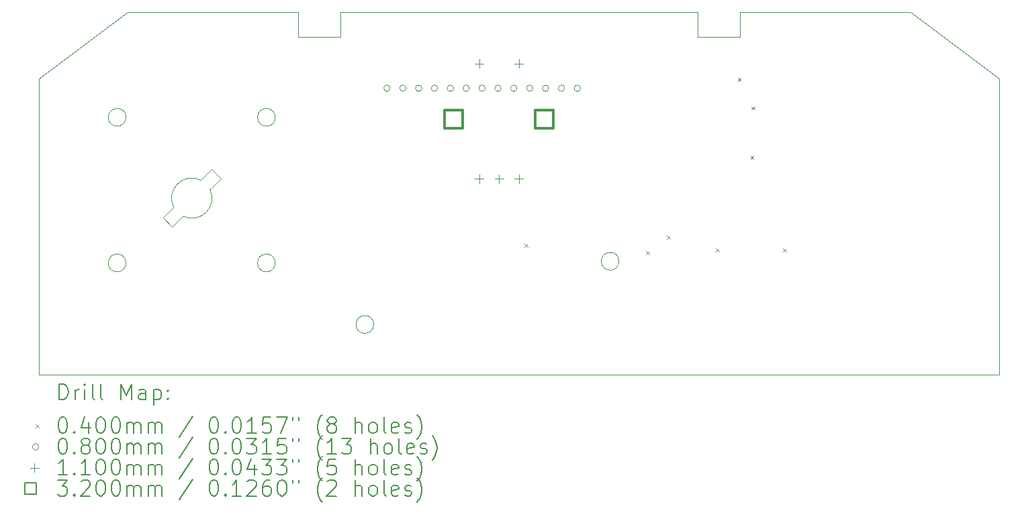
<source format=gbr>
%FSLAX45Y45*%
G04 Gerber Fmt 4.5, Leading zero omitted, Abs format (unit mm)*
G04 Created by KiCad (PCBNEW (6.0.0)) date 2022-03-13 17:58:52*
%MOMM*%
%LPD*%
G01*
G04 APERTURE LIST*
%TA.AperFunction,Profile*%
%ADD10C,0.100000*%
%TD*%
%ADD11C,0.200000*%
%ADD12C,0.040000*%
%ADD13C,0.080000*%
%ADD14C,0.110000*%
%ADD15C,0.320000*%
G04 APERTURE END LIST*
D10*
X8304000Y0D02*
X3801000Y0D01*
X2037006Y-2115729D02*
X2173548Y-1979186D01*
X1096000Y-1325000D02*
G75*
G03*
X1096000Y-1325000I-112000J0D01*
G01*
X1096000Y-3161000D02*
G75*
G03*
X1096000Y-3161000I-112000J0D01*
G01*
X8840000Y-311000D02*
X8304000Y-311000D01*
X8304000Y-311000D02*
X8304000Y0D01*
X3801000Y-311000D02*
X3801000Y0D01*
X7312000Y-3140000D02*
G75*
G03*
X7312000Y-3140000I-112000J0D01*
G01*
X1560486Y-2592248D02*
X1697029Y-2455706D01*
X2978000Y-3161000D02*
G75*
G03*
X2978000Y-3161000I-112000J0D01*
G01*
X8840000Y0D02*
X10987000Y0D01*
X2289514Y-2095152D02*
X2152971Y-2231694D01*
X3265000Y0D02*
X1118000Y0D01*
X3265000Y0D02*
X3265000Y-311000D01*
X1812994Y-2571671D02*
G75*
G03*
X2152971Y-2231694I111954J228023D01*
G01*
X2037006Y-2115729D02*
G75*
G03*
X1697029Y-2455706I-111954J-228023D01*
G01*
X10987000Y0D02*
X12105000Y-832000D01*
X1118000Y0D02*
X0Y-832000D01*
X2173548Y-1979186D02*
X2289514Y-2095152D01*
X3265000Y-311000D02*
X3801000Y-311000D01*
X1676452Y-2708214D02*
X1560486Y-2592248D01*
X2978000Y-1325000D02*
G75*
G03*
X2978000Y-1325000I-112000J0D01*
G01*
X4219000Y-3937000D02*
G75*
G03*
X4219000Y-3937000I-112000J0D01*
G01*
X8840000Y0D02*
X8840000Y-311000D01*
X1812994Y-2571671D02*
X1676452Y-2708214D01*
X0Y-4571000D02*
X12105000Y-4571000D01*
X0Y-832000D02*
X0Y-4571000D01*
X12105000Y-4571000D02*
X12105000Y-832000D01*
D11*
D12*
X6119180Y-2921320D02*
X6159180Y-2961320D01*
X6159180Y-2921320D02*
X6119180Y-2961320D01*
X7655880Y-3015300D02*
X7695880Y-3055300D01*
X7695880Y-3015300D02*
X7655880Y-3055300D01*
X7917500Y-2817180D02*
X7957500Y-2857180D01*
X7957500Y-2817180D02*
X7917500Y-2857180D01*
X8534252Y-2977668D02*
X8574252Y-3017668D01*
X8574252Y-2977668D02*
X8534252Y-3017668D01*
X8808085Y-829315D02*
X8848085Y-869315D01*
X8848085Y-829315D02*
X8808085Y-869315D01*
X8970330Y-1812610D02*
X9010330Y-1852610D01*
X9010330Y-1812610D02*
X8970330Y-1852610D01*
X8981760Y-1189040D02*
X9021760Y-1229040D01*
X9021760Y-1189040D02*
X8981760Y-1229040D01*
X9380540Y-2979740D02*
X9420540Y-3019740D01*
X9420540Y-2979740D02*
X9380540Y-3019740D01*
D13*
X4426000Y-958000D02*
G75*
G03*
X4426000Y-958000I-40000J0D01*
G01*
X4626000Y-958000D02*
G75*
G03*
X4626000Y-958000I-40000J0D01*
G01*
X4826000Y-958000D02*
G75*
G03*
X4826000Y-958000I-40000J0D01*
G01*
X5026000Y-958000D02*
G75*
G03*
X5026000Y-958000I-40000J0D01*
G01*
X5226000Y-958000D02*
G75*
G03*
X5226000Y-958000I-40000J0D01*
G01*
X5426000Y-958000D02*
G75*
G03*
X5426000Y-958000I-40000J0D01*
G01*
X5626000Y-958000D02*
G75*
G03*
X5626000Y-958000I-40000J0D01*
G01*
X5826000Y-958000D02*
G75*
G03*
X5826000Y-958000I-40000J0D01*
G01*
X6026000Y-958000D02*
G75*
G03*
X6026000Y-958000I-40000J0D01*
G01*
X6226000Y-958000D02*
G75*
G03*
X6226000Y-958000I-40000J0D01*
G01*
X6426000Y-958000D02*
G75*
G03*
X6426000Y-958000I-40000J0D01*
G01*
X6626000Y-958000D02*
G75*
G03*
X6626000Y-958000I-40000J0D01*
G01*
X6826000Y-958000D02*
G75*
G03*
X6826000Y-958000I-40000J0D01*
G01*
D14*
X5548820Y-593740D02*
X5548820Y-703740D01*
X5493820Y-648740D02*
X5603820Y-648740D01*
X5548820Y-2043740D02*
X5548820Y-2153740D01*
X5493820Y-2098740D02*
X5603820Y-2098740D01*
X5798820Y-2043740D02*
X5798820Y-2153740D01*
X5743820Y-2098740D02*
X5853820Y-2098740D01*
X6048820Y-593740D02*
X6048820Y-703740D01*
X5993820Y-648740D02*
X6103820Y-648740D01*
X6048820Y-2043740D02*
X6048820Y-2153740D01*
X5993820Y-2098740D02*
X6103820Y-2098740D01*
D15*
X5341958Y-1461878D02*
X5341958Y-1235602D01*
X5115682Y-1235602D01*
X5115682Y-1461878D01*
X5341958Y-1461878D01*
X6481958Y-1461878D02*
X6481958Y-1235602D01*
X6255682Y-1235602D01*
X6255682Y-1461878D01*
X6481958Y-1461878D01*
D11*
X252619Y-4886476D02*
X252619Y-4686476D01*
X300238Y-4686476D01*
X328810Y-4696000D01*
X347857Y-4715048D01*
X357381Y-4734095D01*
X366905Y-4772190D01*
X366905Y-4800762D01*
X357381Y-4838857D01*
X347857Y-4857905D01*
X328810Y-4876952D01*
X300238Y-4886476D01*
X252619Y-4886476D01*
X452619Y-4886476D02*
X452619Y-4753143D01*
X452619Y-4791238D02*
X462143Y-4772190D01*
X471667Y-4762667D01*
X490714Y-4753143D01*
X509762Y-4753143D01*
X576429Y-4886476D02*
X576429Y-4753143D01*
X576429Y-4686476D02*
X566905Y-4696000D01*
X576429Y-4705524D01*
X585952Y-4696000D01*
X576429Y-4686476D01*
X576429Y-4705524D01*
X700238Y-4886476D02*
X681190Y-4876952D01*
X671667Y-4857905D01*
X671667Y-4686476D01*
X805000Y-4886476D02*
X785952Y-4876952D01*
X776428Y-4857905D01*
X776428Y-4686476D01*
X1033571Y-4886476D02*
X1033571Y-4686476D01*
X1100238Y-4829333D01*
X1166905Y-4686476D01*
X1166905Y-4886476D01*
X1347857Y-4886476D02*
X1347857Y-4781714D01*
X1338333Y-4762667D01*
X1319286Y-4753143D01*
X1281190Y-4753143D01*
X1262143Y-4762667D01*
X1347857Y-4876952D02*
X1328810Y-4886476D01*
X1281190Y-4886476D01*
X1262143Y-4876952D01*
X1252619Y-4857905D01*
X1252619Y-4838857D01*
X1262143Y-4819810D01*
X1281190Y-4810286D01*
X1328810Y-4810286D01*
X1347857Y-4800762D01*
X1443095Y-4753143D02*
X1443095Y-4953143D01*
X1443095Y-4762667D02*
X1462143Y-4753143D01*
X1500238Y-4753143D01*
X1519286Y-4762667D01*
X1528809Y-4772190D01*
X1538333Y-4791238D01*
X1538333Y-4848381D01*
X1528809Y-4867429D01*
X1519286Y-4876952D01*
X1500238Y-4886476D01*
X1462143Y-4886476D01*
X1443095Y-4876952D01*
X1624048Y-4867429D02*
X1633571Y-4876952D01*
X1624048Y-4886476D01*
X1614524Y-4876952D01*
X1624048Y-4867429D01*
X1624048Y-4886476D01*
X1624048Y-4762667D02*
X1633571Y-4772190D01*
X1624048Y-4781714D01*
X1614524Y-4772190D01*
X1624048Y-4762667D01*
X1624048Y-4781714D01*
D12*
X-45000Y-5196000D02*
X-5000Y-5236000D01*
X-5000Y-5196000D02*
X-45000Y-5236000D01*
D11*
X290714Y-5106476D02*
X309762Y-5106476D01*
X328810Y-5116000D01*
X338333Y-5125524D01*
X347857Y-5144571D01*
X357381Y-5182667D01*
X357381Y-5230286D01*
X347857Y-5268381D01*
X338333Y-5287429D01*
X328810Y-5296952D01*
X309762Y-5306476D01*
X290714Y-5306476D01*
X271667Y-5296952D01*
X262143Y-5287429D01*
X252619Y-5268381D01*
X243095Y-5230286D01*
X243095Y-5182667D01*
X252619Y-5144571D01*
X262143Y-5125524D01*
X271667Y-5116000D01*
X290714Y-5106476D01*
X443095Y-5287429D02*
X452619Y-5296952D01*
X443095Y-5306476D01*
X433571Y-5296952D01*
X443095Y-5287429D01*
X443095Y-5306476D01*
X624048Y-5173143D02*
X624048Y-5306476D01*
X576429Y-5096952D02*
X528810Y-5239810D01*
X652619Y-5239810D01*
X766905Y-5106476D02*
X785952Y-5106476D01*
X805000Y-5116000D01*
X814524Y-5125524D01*
X824048Y-5144571D01*
X833571Y-5182667D01*
X833571Y-5230286D01*
X824048Y-5268381D01*
X814524Y-5287429D01*
X805000Y-5296952D01*
X785952Y-5306476D01*
X766905Y-5306476D01*
X747857Y-5296952D01*
X738333Y-5287429D01*
X728809Y-5268381D01*
X719286Y-5230286D01*
X719286Y-5182667D01*
X728809Y-5144571D01*
X738333Y-5125524D01*
X747857Y-5116000D01*
X766905Y-5106476D01*
X957381Y-5106476D02*
X976428Y-5106476D01*
X995476Y-5116000D01*
X1005000Y-5125524D01*
X1014524Y-5144571D01*
X1024048Y-5182667D01*
X1024048Y-5230286D01*
X1014524Y-5268381D01*
X1005000Y-5287429D01*
X995476Y-5296952D01*
X976428Y-5306476D01*
X957381Y-5306476D01*
X938333Y-5296952D01*
X928809Y-5287429D01*
X919286Y-5268381D01*
X909762Y-5230286D01*
X909762Y-5182667D01*
X919286Y-5144571D01*
X928809Y-5125524D01*
X938333Y-5116000D01*
X957381Y-5106476D01*
X1109762Y-5306476D02*
X1109762Y-5173143D01*
X1109762Y-5192190D02*
X1119286Y-5182667D01*
X1138333Y-5173143D01*
X1166905Y-5173143D01*
X1185952Y-5182667D01*
X1195476Y-5201714D01*
X1195476Y-5306476D01*
X1195476Y-5201714D02*
X1205000Y-5182667D01*
X1224048Y-5173143D01*
X1252619Y-5173143D01*
X1271667Y-5182667D01*
X1281190Y-5201714D01*
X1281190Y-5306476D01*
X1376429Y-5306476D02*
X1376429Y-5173143D01*
X1376429Y-5192190D02*
X1385952Y-5182667D01*
X1405000Y-5173143D01*
X1433571Y-5173143D01*
X1452619Y-5182667D01*
X1462143Y-5201714D01*
X1462143Y-5306476D01*
X1462143Y-5201714D02*
X1471667Y-5182667D01*
X1490714Y-5173143D01*
X1519286Y-5173143D01*
X1538333Y-5182667D01*
X1547857Y-5201714D01*
X1547857Y-5306476D01*
X1938333Y-5096952D02*
X1766905Y-5354095D01*
X2195476Y-5106476D02*
X2214524Y-5106476D01*
X2233571Y-5116000D01*
X2243095Y-5125524D01*
X2252619Y-5144571D01*
X2262143Y-5182667D01*
X2262143Y-5230286D01*
X2252619Y-5268381D01*
X2243095Y-5287429D01*
X2233571Y-5296952D01*
X2214524Y-5306476D01*
X2195476Y-5306476D01*
X2176429Y-5296952D01*
X2166905Y-5287429D01*
X2157381Y-5268381D01*
X2147857Y-5230286D01*
X2147857Y-5182667D01*
X2157381Y-5144571D01*
X2166905Y-5125524D01*
X2176429Y-5116000D01*
X2195476Y-5106476D01*
X2347857Y-5287429D02*
X2357381Y-5296952D01*
X2347857Y-5306476D01*
X2338333Y-5296952D01*
X2347857Y-5287429D01*
X2347857Y-5306476D01*
X2481190Y-5106476D02*
X2500238Y-5106476D01*
X2519286Y-5116000D01*
X2528810Y-5125524D01*
X2538333Y-5144571D01*
X2547857Y-5182667D01*
X2547857Y-5230286D01*
X2538333Y-5268381D01*
X2528810Y-5287429D01*
X2519286Y-5296952D01*
X2500238Y-5306476D01*
X2481190Y-5306476D01*
X2462143Y-5296952D01*
X2452619Y-5287429D01*
X2443095Y-5268381D01*
X2433571Y-5230286D01*
X2433571Y-5182667D01*
X2443095Y-5144571D01*
X2452619Y-5125524D01*
X2462143Y-5116000D01*
X2481190Y-5106476D01*
X2738333Y-5306476D02*
X2624048Y-5306476D01*
X2681190Y-5306476D02*
X2681190Y-5106476D01*
X2662143Y-5135048D01*
X2643095Y-5154095D01*
X2624048Y-5163619D01*
X2919286Y-5106476D02*
X2824048Y-5106476D01*
X2814524Y-5201714D01*
X2824048Y-5192190D01*
X2843095Y-5182667D01*
X2890714Y-5182667D01*
X2909762Y-5192190D01*
X2919286Y-5201714D01*
X2928809Y-5220762D01*
X2928809Y-5268381D01*
X2919286Y-5287429D01*
X2909762Y-5296952D01*
X2890714Y-5306476D01*
X2843095Y-5306476D01*
X2824048Y-5296952D01*
X2814524Y-5287429D01*
X2995476Y-5106476D02*
X3128809Y-5106476D01*
X3043095Y-5306476D01*
X3195476Y-5106476D02*
X3195476Y-5144571D01*
X3271667Y-5106476D02*
X3271667Y-5144571D01*
X3566905Y-5382667D02*
X3557381Y-5373143D01*
X3538333Y-5344571D01*
X3528809Y-5325524D01*
X3519286Y-5296952D01*
X3509762Y-5249333D01*
X3509762Y-5211238D01*
X3519286Y-5163619D01*
X3528809Y-5135048D01*
X3538333Y-5116000D01*
X3557381Y-5087429D01*
X3566905Y-5077905D01*
X3671667Y-5192190D02*
X3652619Y-5182667D01*
X3643095Y-5173143D01*
X3633571Y-5154095D01*
X3633571Y-5144571D01*
X3643095Y-5125524D01*
X3652619Y-5116000D01*
X3671667Y-5106476D01*
X3709762Y-5106476D01*
X3728809Y-5116000D01*
X3738333Y-5125524D01*
X3747857Y-5144571D01*
X3747857Y-5154095D01*
X3738333Y-5173143D01*
X3728809Y-5182667D01*
X3709762Y-5192190D01*
X3671667Y-5192190D01*
X3652619Y-5201714D01*
X3643095Y-5211238D01*
X3633571Y-5230286D01*
X3633571Y-5268381D01*
X3643095Y-5287429D01*
X3652619Y-5296952D01*
X3671667Y-5306476D01*
X3709762Y-5306476D01*
X3728809Y-5296952D01*
X3738333Y-5287429D01*
X3747857Y-5268381D01*
X3747857Y-5230286D01*
X3738333Y-5211238D01*
X3728809Y-5201714D01*
X3709762Y-5192190D01*
X3985952Y-5306476D02*
X3985952Y-5106476D01*
X4071667Y-5306476D02*
X4071667Y-5201714D01*
X4062143Y-5182667D01*
X4043095Y-5173143D01*
X4014524Y-5173143D01*
X3995476Y-5182667D01*
X3985952Y-5192190D01*
X4195476Y-5306476D02*
X4176428Y-5296952D01*
X4166905Y-5287429D01*
X4157381Y-5268381D01*
X4157381Y-5211238D01*
X4166905Y-5192190D01*
X4176428Y-5182667D01*
X4195476Y-5173143D01*
X4224048Y-5173143D01*
X4243095Y-5182667D01*
X4252619Y-5192190D01*
X4262143Y-5211238D01*
X4262143Y-5268381D01*
X4252619Y-5287429D01*
X4243095Y-5296952D01*
X4224048Y-5306476D01*
X4195476Y-5306476D01*
X4376429Y-5306476D02*
X4357381Y-5296952D01*
X4347857Y-5277905D01*
X4347857Y-5106476D01*
X4528810Y-5296952D02*
X4509762Y-5306476D01*
X4471667Y-5306476D01*
X4452619Y-5296952D01*
X4443095Y-5277905D01*
X4443095Y-5201714D01*
X4452619Y-5182667D01*
X4471667Y-5173143D01*
X4509762Y-5173143D01*
X4528810Y-5182667D01*
X4538333Y-5201714D01*
X4538333Y-5220762D01*
X4443095Y-5239810D01*
X4614524Y-5296952D02*
X4633571Y-5306476D01*
X4671667Y-5306476D01*
X4690714Y-5296952D01*
X4700238Y-5277905D01*
X4700238Y-5268381D01*
X4690714Y-5249333D01*
X4671667Y-5239810D01*
X4643095Y-5239810D01*
X4624048Y-5230286D01*
X4614524Y-5211238D01*
X4614524Y-5201714D01*
X4624048Y-5182667D01*
X4643095Y-5173143D01*
X4671667Y-5173143D01*
X4690714Y-5182667D01*
X4766905Y-5382667D02*
X4776429Y-5373143D01*
X4795476Y-5344571D01*
X4805000Y-5325524D01*
X4814524Y-5296952D01*
X4824048Y-5249333D01*
X4824048Y-5211238D01*
X4814524Y-5163619D01*
X4805000Y-5135048D01*
X4795476Y-5116000D01*
X4776429Y-5087429D01*
X4766905Y-5077905D01*
D13*
X-5000Y-5480000D02*
G75*
G03*
X-5000Y-5480000I-40000J0D01*
G01*
D11*
X290714Y-5370476D02*
X309762Y-5370476D01*
X328810Y-5380000D01*
X338333Y-5389524D01*
X347857Y-5408571D01*
X357381Y-5446667D01*
X357381Y-5494286D01*
X347857Y-5532381D01*
X338333Y-5551429D01*
X328810Y-5560952D01*
X309762Y-5570476D01*
X290714Y-5570476D01*
X271667Y-5560952D01*
X262143Y-5551429D01*
X252619Y-5532381D01*
X243095Y-5494286D01*
X243095Y-5446667D01*
X252619Y-5408571D01*
X262143Y-5389524D01*
X271667Y-5380000D01*
X290714Y-5370476D01*
X443095Y-5551429D02*
X452619Y-5560952D01*
X443095Y-5570476D01*
X433571Y-5560952D01*
X443095Y-5551429D01*
X443095Y-5570476D01*
X566905Y-5456190D02*
X547857Y-5446667D01*
X538333Y-5437143D01*
X528810Y-5418095D01*
X528810Y-5408571D01*
X538333Y-5389524D01*
X547857Y-5380000D01*
X566905Y-5370476D01*
X605000Y-5370476D01*
X624048Y-5380000D01*
X633571Y-5389524D01*
X643095Y-5408571D01*
X643095Y-5418095D01*
X633571Y-5437143D01*
X624048Y-5446667D01*
X605000Y-5456190D01*
X566905Y-5456190D01*
X547857Y-5465714D01*
X538333Y-5475238D01*
X528810Y-5494286D01*
X528810Y-5532381D01*
X538333Y-5551429D01*
X547857Y-5560952D01*
X566905Y-5570476D01*
X605000Y-5570476D01*
X624048Y-5560952D01*
X633571Y-5551429D01*
X643095Y-5532381D01*
X643095Y-5494286D01*
X633571Y-5475238D01*
X624048Y-5465714D01*
X605000Y-5456190D01*
X766905Y-5370476D02*
X785952Y-5370476D01*
X805000Y-5380000D01*
X814524Y-5389524D01*
X824048Y-5408571D01*
X833571Y-5446667D01*
X833571Y-5494286D01*
X824048Y-5532381D01*
X814524Y-5551429D01*
X805000Y-5560952D01*
X785952Y-5570476D01*
X766905Y-5570476D01*
X747857Y-5560952D01*
X738333Y-5551429D01*
X728809Y-5532381D01*
X719286Y-5494286D01*
X719286Y-5446667D01*
X728809Y-5408571D01*
X738333Y-5389524D01*
X747857Y-5380000D01*
X766905Y-5370476D01*
X957381Y-5370476D02*
X976428Y-5370476D01*
X995476Y-5380000D01*
X1005000Y-5389524D01*
X1014524Y-5408571D01*
X1024048Y-5446667D01*
X1024048Y-5494286D01*
X1014524Y-5532381D01*
X1005000Y-5551429D01*
X995476Y-5560952D01*
X976428Y-5570476D01*
X957381Y-5570476D01*
X938333Y-5560952D01*
X928809Y-5551429D01*
X919286Y-5532381D01*
X909762Y-5494286D01*
X909762Y-5446667D01*
X919286Y-5408571D01*
X928809Y-5389524D01*
X938333Y-5380000D01*
X957381Y-5370476D01*
X1109762Y-5570476D02*
X1109762Y-5437143D01*
X1109762Y-5456190D02*
X1119286Y-5446667D01*
X1138333Y-5437143D01*
X1166905Y-5437143D01*
X1185952Y-5446667D01*
X1195476Y-5465714D01*
X1195476Y-5570476D01*
X1195476Y-5465714D02*
X1205000Y-5446667D01*
X1224048Y-5437143D01*
X1252619Y-5437143D01*
X1271667Y-5446667D01*
X1281190Y-5465714D01*
X1281190Y-5570476D01*
X1376429Y-5570476D02*
X1376429Y-5437143D01*
X1376429Y-5456190D02*
X1385952Y-5446667D01*
X1405000Y-5437143D01*
X1433571Y-5437143D01*
X1452619Y-5446667D01*
X1462143Y-5465714D01*
X1462143Y-5570476D01*
X1462143Y-5465714D02*
X1471667Y-5446667D01*
X1490714Y-5437143D01*
X1519286Y-5437143D01*
X1538333Y-5446667D01*
X1547857Y-5465714D01*
X1547857Y-5570476D01*
X1938333Y-5360952D02*
X1766905Y-5618095D01*
X2195476Y-5370476D02*
X2214524Y-5370476D01*
X2233571Y-5380000D01*
X2243095Y-5389524D01*
X2252619Y-5408571D01*
X2262143Y-5446667D01*
X2262143Y-5494286D01*
X2252619Y-5532381D01*
X2243095Y-5551429D01*
X2233571Y-5560952D01*
X2214524Y-5570476D01*
X2195476Y-5570476D01*
X2176429Y-5560952D01*
X2166905Y-5551429D01*
X2157381Y-5532381D01*
X2147857Y-5494286D01*
X2147857Y-5446667D01*
X2157381Y-5408571D01*
X2166905Y-5389524D01*
X2176429Y-5380000D01*
X2195476Y-5370476D01*
X2347857Y-5551429D02*
X2357381Y-5560952D01*
X2347857Y-5570476D01*
X2338333Y-5560952D01*
X2347857Y-5551429D01*
X2347857Y-5570476D01*
X2481190Y-5370476D02*
X2500238Y-5370476D01*
X2519286Y-5380000D01*
X2528810Y-5389524D01*
X2538333Y-5408571D01*
X2547857Y-5446667D01*
X2547857Y-5494286D01*
X2538333Y-5532381D01*
X2528810Y-5551429D01*
X2519286Y-5560952D01*
X2500238Y-5570476D01*
X2481190Y-5570476D01*
X2462143Y-5560952D01*
X2452619Y-5551429D01*
X2443095Y-5532381D01*
X2433571Y-5494286D01*
X2433571Y-5446667D01*
X2443095Y-5408571D01*
X2452619Y-5389524D01*
X2462143Y-5380000D01*
X2481190Y-5370476D01*
X2614524Y-5370476D02*
X2738333Y-5370476D01*
X2671667Y-5446667D01*
X2700238Y-5446667D01*
X2719286Y-5456190D01*
X2728810Y-5465714D01*
X2738333Y-5484762D01*
X2738333Y-5532381D01*
X2728810Y-5551429D01*
X2719286Y-5560952D01*
X2700238Y-5570476D01*
X2643095Y-5570476D01*
X2624048Y-5560952D01*
X2614524Y-5551429D01*
X2928809Y-5570476D02*
X2814524Y-5570476D01*
X2871667Y-5570476D02*
X2871667Y-5370476D01*
X2852619Y-5399048D01*
X2833571Y-5418095D01*
X2814524Y-5427619D01*
X3109762Y-5370476D02*
X3014524Y-5370476D01*
X3005000Y-5465714D01*
X3014524Y-5456190D01*
X3033571Y-5446667D01*
X3081190Y-5446667D01*
X3100238Y-5456190D01*
X3109762Y-5465714D01*
X3119286Y-5484762D01*
X3119286Y-5532381D01*
X3109762Y-5551429D01*
X3100238Y-5560952D01*
X3081190Y-5570476D01*
X3033571Y-5570476D01*
X3014524Y-5560952D01*
X3005000Y-5551429D01*
X3195476Y-5370476D02*
X3195476Y-5408571D01*
X3271667Y-5370476D02*
X3271667Y-5408571D01*
X3566905Y-5646667D02*
X3557381Y-5637143D01*
X3538333Y-5608571D01*
X3528809Y-5589524D01*
X3519286Y-5560952D01*
X3509762Y-5513333D01*
X3509762Y-5475238D01*
X3519286Y-5427619D01*
X3528809Y-5399048D01*
X3538333Y-5380000D01*
X3557381Y-5351429D01*
X3566905Y-5341905D01*
X3747857Y-5570476D02*
X3633571Y-5570476D01*
X3690714Y-5570476D02*
X3690714Y-5370476D01*
X3671667Y-5399048D01*
X3652619Y-5418095D01*
X3633571Y-5427619D01*
X3814524Y-5370476D02*
X3938333Y-5370476D01*
X3871667Y-5446667D01*
X3900238Y-5446667D01*
X3919286Y-5456190D01*
X3928809Y-5465714D01*
X3938333Y-5484762D01*
X3938333Y-5532381D01*
X3928809Y-5551429D01*
X3919286Y-5560952D01*
X3900238Y-5570476D01*
X3843095Y-5570476D01*
X3824048Y-5560952D01*
X3814524Y-5551429D01*
X4176428Y-5570476D02*
X4176428Y-5370476D01*
X4262143Y-5570476D02*
X4262143Y-5465714D01*
X4252619Y-5446667D01*
X4233571Y-5437143D01*
X4205000Y-5437143D01*
X4185952Y-5446667D01*
X4176428Y-5456190D01*
X4385952Y-5570476D02*
X4366905Y-5560952D01*
X4357381Y-5551429D01*
X4347857Y-5532381D01*
X4347857Y-5475238D01*
X4357381Y-5456190D01*
X4366905Y-5446667D01*
X4385952Y-5437143D01*
X4414524Y-5437143D01*
X4433571Y-5446667D01*
X4443095Y-5456190D01*
X4452619Y-5475238D01*
X4452619Y-5532381D01*
X4443095Y-5551429D01*
X4433571Y-5560952D01*
X4414524Y-5570476D01*
X4385952Y-5570476D01*
X4566905Y-5570476D02*
X4547857Y-5560952D01*
X4538333Y-5541905D01*
X4538333Y-5370476D01*
X4719286Y-5560952D02*
X4700238Y-5570476D01*
X4662143Y-5570476D01*
X4643095Y-5560952D01*
X4633571Y-5541905D01*
X4633571Y-5465714D01*
X4643095Y-5446667D01*
X4662143Y-5437143D01*
X4700238Y-5437143D01*
X4719286Y-5446667D01*
X4728810Y-5465714D01*
X4728810Y-5484762D01*
X4633571Y-5503810D01*
X4805000Y-5560952D02*
X4824048Y-5570476D01*
X4862143Y-5570476D01*
X4881190Y-5560952D01*
X4890714Y-5541905D01*
X4890714Y-5532381D01*
X4881190Y-5513333D01*
X4862143Y-5503810D01*
X4833571Y-5503810D01*
X4814524Y-5494286D01*
X4805000Y-5475238D01*
X4805000Y-5465714D01*
X4814524Y-5446667D01*
X4833571Y-5437143D01*
X4862143Y-5437143D01*
X4881190Y-5446667D01*
X4957381Y-5646667D02*
X4966905Y-5637143D01*
X4985952Y-5608571D01*
X4995476Y-5589524D01*
X5005000Y-5560952D01*
X5014524Y-5513333D01*
X5014524Y-5475238D01*
X5005000Y-5427619D01*
X4995476Y-5399048D01*
X4985952Y-5380000D01*
X4966905Y-5351429D01*
X4957381Y-5341905D01*
D14*
X-60000Y-5689000D02*
X-60000Y-5799000D01*
X-115000Y-5744000D02*
X-5000Y-5744000D01*
D11*
X357381Y-5834476D02*
X243095Y-5834476D01*
X300238Y-5834476D02*
X300238Y-5634476D01*
X281190Y-5663048D01*
X262143Y-5682095D01*
X243095Y-5691619D01*
X443095Y-5815428D02*
X452619Y-5824952D01*
X443095Y-5834476D01*
X433571Y-5824952D01*
X443095Y-5815428D01*
X443095Y-5834476D01*
X643095Y-5834476D02*
X528810Y-5834476D01*
X585952Y-5834476D02*
X585952Y-5634476D01*
X566905Y-5663048D01*
X547857Y-5682095D01*
X528810Y-5691619D01*
X766905Y-5634476D02*
X785952Y-5634476D01*
X805000Y-5644000D01*
X814524Y-5653524D01*
X824048Y-5672571D01*
X833571Y-5710667D01*
X833571Y-5758286D01*
X824048Y-5796381D01*
X814524Y-5815428D01*
X805000Y-5824952D01*
X785952Y-5834476D01*
X766905Y-5834476D01*
X747857Y-5824952D01*
X738333Y-5815428D01*
X728809Y-5796381D01*
X719286Y-5758286D01*
X719286Y-5710667D01*
X728809Y-5672571D01*
X738333Y-5653524D01*
X747857Y-5644000D01*
X766905Y-5634476D01*
X957381Y-5634476D02*
X976428Y-5634476D01*
X995476Y-5644000D01*
X1005000Y-5653524D01*
X1014524Y-5672571D01*
X1024048Y-5710667D01*
X1024048Y-5758286D01*
X1014524Y-5796381D01*
X1005000Y-5815428D01*
X995476Y-5824952D01*
X976428Y-5834476D01*
X957381Y-5834476D01*
X938333Y-5824952D01*
X928809Y-5815428D01*
X919286Y-5796381D01*
X909762Y-5758286D01*
X909762Y-5710667D01*
X919286Y-5672571D01*
X928809Y-5653524D01*
X938333Y-5644000D01*
X957381Y-5634476D01*
X1109762Y-5834476D02*
X1109762Y-5701143D01*
X1109762Y-5720190D02*
X1119286Y-5710667D01*
X1138333Y-5701143D01*
X1166905Y-5701143D01*
X1185952Y-5710667D01*
X1195476Y-5729714D01*
X1195476Y-5834476D01*
X1195476Y-5729714D02*
X1205000Y-5710667D01*
X1224048Y-5701143D01*
X1252619Y-5701143D01*
X1271667Y-5710667D01*
X1281190Y-5729714D01*
X1281190Y-5834476D01*
X1376429Y-5834476D02*
X1376429Y-5701143D01*
X1376429Y-5720190D02*
X1385952Y-5710667D01*
X1405000Y-5701143D01*
X1433571Y-5701143D01*
X1452619Y-5710667D01*
X1462143Y-5729714D01*
X1462143Y-5834476D01*
X1462143Y-5729714D02*
X1471667Y-5710667D01*
X1490714Y-5701143D01*
X1519286Y-5701143D01*
X1538333Y-5710667D01*
X1547857Y-5729714D01*
X1547857Y-5834476D01*
X1938333Y-5624952D02*
X1766905Y-5882095D01*
X2195476Y-5634476D02*
X2214524Y-5634476D01*
X2233571Y-5644000D01*
X2243095Y-5653524D01*
X2252619Y-5672571D01*
X2262143Y-5710667D01*
X2262143Y-5758286D01*
X2252619Y-5796381D01*
X2243095Y-5815428D01*
X2233571Y-5824952D01*
X2214524Y-5834476D01*
X2195476Y-5834476D01*
X2176429Y-5824952D01*
X2166905Y-5815428D01*
X2157381Y-5796381D01*
X2147857Y-5758286D01*
X2147857Y-5710667D01*
X2157381Y-5672571D01*
X2166905Y-5653524D01*
X2176429Y-5644000D01*
X2195476Y-5634476D01*
X2347857Y-5815428D02*
X2357381Y-5824952D01*
X2347857Y-5834476D01*
X2338333Y-5824952D01*
X2347857Y-5815428D01*
X2347857Y-5834476D01*
X2481190Y-5634476D02*
X2500238Y-5634476D01*
X2519286Y-5644000D01*
X2528810Y-5653524D01*
X2538333Y-5672571D01*
X2547857Y-5710667D01*
X2547857Y-5758286D01*
X2538333Y-5796381D01*
X2528810Y-5815428D01*
X2519286Y-5824952D01*
X2500238Y-5834476D01*
X2481190Y-5834476D01*
X2462143Y-5824952D01*
X2452619Y-5815428D01*
X2443095Y-5796381D01*
X2433571Y-5758286D01*
X2433571Y-5710667D01*
X2443095Y-5672571D01*
X2452619Y-5653524D01*
X2462143Y-5644000D01*
X2481190Y-5634476D01*
X2719286Y-5701143D02*
X2719286Y-5834476D01*
X2671667Y-5624952D02*
X2624048Y-5767809D01*
X2747857Y-5767809D01*
X2805000Y-5634476D02*
X2928809Y-5634476D01*
X2862143Y-5710667D01*
X2890714Y-5710667D01*
X2909762Y-5720190D01*
X2919286Y-5729714D01*
X2928809Y-5748762D01*
X2928809Y-5796381D01*
X2919286Y-5815428D01*
X2909762Y-5824952D01*
X2890714Y-5834476D01*
X2833571Y-5834476D01*
X2814524Y-5824952D01*
X2805000Y-5815428D01*
X2995476Y-5634476D02*
X3119286Y-5634476D01*
X3052619Y-5710667D01*
X3081190Y-5710667D01*
X3100238Y-5720190D01*
X3109762Y-5729714D01*
X3119286Y-5748762D01*
X3119286Y-5796381D01*
X3109762Y-5815428D01*
X3100238Y-5824952D01*
X3081190Y-5834476D01*
X3024048Y-5834476D01*
X3005000Y-5824952D01*
X2995476Y-5815428D01*
X3195476Y-5634476D02*
X3195476Y-5672571D01*
X3271667Y-5634476D02*
X3271667Y-5672571D01*
X3566905Y-5910667D02*
X3557381Y-5901143D01*
X3538333Y-5872571D01*
X3528809Y-5853524D01*
X3519286Y-5824952D01*
X3509762Y-5777333D01*
X3509762Y-5739238D01*
X3519286Y-5691619D01*
X3528809Y-5663048D01*
X3538333Y-5644000D01*
X3557381Y-5615428D01*
X3566905Y-5605905D01*
X3738333Y-5634476D02*
X3643095Y-5634476D01*
X3633571Y-5729714D01*
X3643095Y-5720190D01*
X3662143Y-5710667D01*
X3709762Y-5710667D01*
X3728809Y-5720190D01*
X3738333Y-5729714D01*
X3747857Y-5748762D01*
X3747857Y-5796381D01*
X3738333Y-5815428D01*
X3728809Y-5824952D01*
X3709762Y-5834476D01*
X3662143Y-5834476D01*
X3643095Y-5824952D01*
X3633571Y-5815428D01*
X3985952Y-5834476D02*
X3985952Y-5634476D01*
X4071667Y-5834476D02*
X4071667Y-5729714D01*
X4062143Y-5710667D01*
X4043095Y-5701143D01*
X4014524Y-5701143D01*
X3995476Y-5710667D01*
X3985952Y-5720190D01*
X4195476Y-5834476D02*
X4176428Y-5824952D01*
X4166905Y-5815428D01*
X4157381Y-5796381D01*
X4157381Y-5739238D01*
X4166905Y-5720190D01*
X4176428Y-5710667D01*
X4195476Y-5701143D01*
X4224048Y-5701143D01*
X4243095Y-5710667D01*
X4252619Y-5720190D01*
X4262143Y-5739238D01*
X4262143Y-5796381D01*
X4252619Y-5815428D01*
X4243095Y-5824952D01*
X4224048Y-5834476D01*
X4195476Y-5834476D01*
X4376429Y-5834476D02*
X4357381Y-5824952D01*
X4347857Y-5805905D01*
X4347857Y-5634476D01*
X4528810Y-5824952D02*
X4509762Y-5834476D01*
X4471667Y-5834476D01*
X4452619Y-5824952D01*
X4443095Y-5805905D01*
X4443095Y-5729714D01*
X4452619Y-5710667D01*
X4471667Y-5701143D01*
X4509762Y-5701143D01*
X4528810Y-5710667D01*
X4538333Y-5729714D01*
X4538333Y-5748762D01*
X4443095Y-5767809D01*
X4614524Y-5824952D02*
X4633571Y-5834476D01*
X4671667Y-5834476D01*
X4690714Y-5824952D01*
X4700238Y-5805905D01*
X4700238Y-5796381D01*
X4690714Y-5777333D01*
X4671667Y-5767809D01*
X4643095Y-5767809D01*
X4624048Y-5758286D01*
X4614524Y-5739238D01*
X4614524Y-5729714D01*
X4624048Y-5710667D01*
X4643095Y-5701143D01*
X4671667Y-5701143D01*
X4690714Y-5710667D01*
X4766905Y-5910667D02*
X4776429Y-5901143D01*
X4795476Y-5872571D01*
X4805000Y-5853524D01*
X4814524Y-5824952D01*
X4824048Y-5777333D01*
X4824048Y-5739238D01*
X4814524Y-5691619D01*
X4805000Y-5663048D01*
X4795476Y-5644000D01*
X4776429Y-5615428D01*
X4766905Y-5605905D01*
X-34289Y-6078711D02*
X-34289Y-5937289D01*
X-175711Y-5937289D01*
X-175711Y-6078711D01*
X-34289Y-6078711D01*
X233571Y-5898476D02*
X357381Y-5898476D01*
X290714Y-5974667D01*
X319286Y-5974667D01*
X338333Y-5984190D01*
X347857Y-5993714D01*
X357381Y-6012762D01*
X357381Y-6060381D01*
X347857Y-6079428D01*
X338333Y-6088952D01*
X319286Y-6098476D01*
X262143Y-6098476D01*
X243095Y-6088952D01*
X233571Y-6079428D01*
X443095Y-6079428D02*
X452619Y-6088952D01*
X443095Y-6098476D01*
X433571Y-6088952D01*
X443095Y-6079428D01*
X443095Y-6098476D01*
X528810Y-5917524D02*
X538333Y-5908000D01*
X557381Y-5898476D01*
X605000Y-5898476D01*
X624048Y-5908000D01*
X633571Y-5917524D01*
X643095Y-5936571D01*
X643095Y-5955619D01*
X633571Y-5984190D01*
X519286Y-6098476D01*
X643095Y-6098476D01*
X766905Y-5898476D02*
X785952Y-5898476D01*
X805000Y-5908000D01*
X814524Y-5917524D01*
X824048Y-5936571D01*
X833571Y-5974667D01*
X833571Y-6022286D01*
X824048Y-6060381D01*
X814524Y-6079428D01*
X805000Y-6088952D01*
X785952Y-6098476D01*
X766905Y-6098476D01*
X747857Y-6088952D01*
X738333Y-6079428D01*
X728809Y-6060381D01*
X719286Y-6022286D01*
X719286Y-5974667D01*
X728809Y-5936571D01*
X738333Y-5917524D01*
X747857Y-5908000D01*
X766905Y-5898476D01*
X957381Y-5898476D02*
X976428Y-5898476D01*
X995476Y-5908000D01*
X1005000Y-5917524D01*
X1014524Y-5936571D01*
X1024048Y-5974667D01*
X1024048Y-6022286D01*
X1014524Y-6060381D01*
X1005000Y-6079428D01*
X995476Y-6088952D01*
X976428Y-6098476D01*
X957381Y-6098476D01*
X938333Y-6088952D01*
X928809Y-6079428D01*
X919286Y-6060381D01*
X909762Y-6022286D01*
X909762Y-5974667D01*
X919286Y-5936571D01*
X928809Y-5917524D01*
X938333Y-5908000D01*
X957381Y-5898476D01*
X1109762Y-6098476D02*
X1109762Y-5965143D01*
X1109762Y-5984190D02*
X1119286Y-5974667D01*
X1138333Y-5965143D01*
X1166905Y-5965143D01*
X1185952Y-5974667D01*
X1195476Y-5993714D01*
X1195476Y-6098476D01*
X1195476Y-5993714D02*
X1205000Y-5974667D01*
X1224048Y-5965143D01*
X1252619Y-5965143D01*
X1271667Y-5974667D01*
X1281190Y-5993714D01*
X1281190Y-6098476D01*
X1376429Y-6098476D02*
X1376429Y-5965143D01*
X1376429Y-5984190D02*
X1385952Y-5974667D01*
X1405000Y-5965143D01*
X1433571Y-5965143D01*
X1452619Y-5974667D01*
X1462143Y-5993714D01*
X1462143Y-6098476D01*
X1462143Y-5993714D02*
X1471667Y-5974667D01*
X1490714Y-5965143D01*
X1519286Y-5965143D01*
X1538333Y-5974667D01*
X1547857Y-5993714D01*
X1547857Y-6098476D01*
X1938333Y-5888952D02*
X1766905Y-6146095D01*
X2195476Y-5898476D02*
X2214524Y-5898476D01*
X2233571Y-5908000D01*
X2243095Y-5917524D01*
X2252619Y-5936571D01*
X2262143Y-5974667D01*
X2262143Y-6022286D01*
X2252619Y-6060381D01*
X2243095Y-6079428D01*
X2233571Y-6088952D01*
X2214524Y-6098476D01*
X2195476Y-6098476D01*
X2176429Y-6088952D01*
X2166905Y-6079428D01*
X2157381Y-6060381D01*
X2147857Y-6022286D01*
X2147857Y-5974667D01*
X2157381Y-5936571D01*
X2166905Y-5917524D01*
X2176429Y-5908000D01*
X2195476Y-5898476D01*
X2347857Y-6079428D02*
X2357381Y-6088952D01*
X2347857Y-6098476D01*
X2338333Y-6088952D01*
X2347857Y-6079428D01*
X2347857Y-6098476D01*
X2547857Y-6098476D02*
X2433571Y-6098476D01*
X2490714Y-6098476D02*
X2490714Y-5898476D01*
X2471667Y-5927048D01*
X2452619Y-5946095D01*
X2433571Y-5955619D01*
X2624048Y-5917524D02*
X2633571Y-5908000D01*
X2652619Y-5898476D01*
X2700238Y-5898476D01*
X2719286Y-5908000D01*
X2728810Y-5917524D01*
X2738333Y-5936571D01*
X2738333Y-5955619D01*
X2728810Y-5984190D01*
X2614524Y-6098476D01*
X2738333Y-6098476D01*
X2909762Y-5898476D02*
X2871667Y-5898476D01*
X2852619Y-5908000D01*
X2843095Y-5917524D01*
X2824048Y-5946095D01*
X2814524Y-5984190D01*
X2814524Y-6060381D01*
X2824048Y-6079428D01*
X2833571Y-6088952D01*
X2852619Y-6098476D01*
X2890714Y-6098476D01*
X2909762Y-6088952D01*
X2919286Y-6079428D01*
X2928809Y-6060381D01*
X2928809Y-6012762D01*
X2919286Y-5993714D01*
X2909762Y-5984190D01*
X2890714Y-5974667D01*
X2852619Y-5974667D01*
X2833571Y-5984190D01*
X2824048Y-5993714D01*
X2814524Y-6012762D01*
X3052619Y-5898476D02*
X3071667Y-5898476D01*
X3090714Y-5908000D01*
X3100238Y-5917524D01*
X3109762Y-5936571D01*
X3119286Y-5974667D01*
X3119286Y-6022286D01*
X3109762Y-6060381D01*
X3100238Y-6079428D01*
X3090714Y-6088952D01*
X3071667Y-6098476D01*
X3052619Y-6098476D01*
X3033571Y-6088952D01*
X3024048Y-6079428D01*
X3014524Y-6060381D01*
X3005000Y-6022286D01*
X3005000Y-5974667D01*
X3014524Y-5936571D01*
X3024048Y-5917524D01*
X3033571Y-5908000D01*
X3052619Y-5898476D01*
X3195476Y-5898476D02*
X3195476Y-5936571D01*
X3271667Y-5898476D02*
X3271667Y-5936571D01*
X3566905Y-6174667D02*
X3557381Y-6165143D01*
X3538333Y-6136571D01*
X3528809Y-6117524D01*
X3519286Y-6088952D01*
X3509762Y-6041333D01*
X3509762Y-6003238D01*
X3519286Y-5955619D01*
X3528809Y-5927048D01*
X3538333Y-5908000D01*
X3557381Y-5879428D01*
X3566905Y-5869905D01*
X3633571Y-5917524D02*
X3643095Y-5908000D01*
X3662143Y-5898476D01*
X3709762Y-5898476D01*
X3728809Y-5908000D01*
X3738333Y-5917524D01*
X3747857Y-5936571D01*
X3747857Y-5955619D01*
X3738333Y-5984190D01*
X3624048Y-6098476D01*
X3747857Y-6098476D01*
X3985952Y-6098476D02*
X3985952Y-5898476D01*
X4071667Y-6098476D02*
X4071667Y-5993714D01*
X4062143Y-5974667D01*
X4043095Y-5965143D01*
X4014524Y-5965143D01*
X3995476Y-5974667D01*
X3985952Y-5984190D01*
X4195476Y-6098476D02*
X4176428Y-6088952D01*
X4166905Y-6079428D01*
X4157381Y-6060381D01*
X4157381Y-6003238D01*
X4166905Y-5984190D01*
X4176428Y-5974667D01*
X4195476Y-5965143D01*
X4224048Y-5965143D01*
X4243095Y-5974667D01*
X4252619Y-5984190D01*
X4262143Y-6003238D01*
X4262143Y-6060381D01*
X4252619Y-6079428D01*
X4243095Y-6088952D01*
X4224048Y-6098476D01*
X4195476Y-6098476D01*
X4376429Y-6098476D02*
X4357381Y-6088952D01*
X4347857Y-6069905D01*
X4347857Y-5898476D01*
X4528810Y-6088952D02*
X4509762Y-6098476D01*
X4471667Y-6098476D01*
X4452619Y-6088952D01*
X4443095Y-6069905D01*
X4443095Y-5993714D01*
X4452619Y-5974667D01*
X4471667Y-5965143D01*
X4509762Y-5965143D01*
X4528810Y-5974667D01*
X4538333Y-5993714D01*
X4538333Y-6012762D01*
X4443095Y-6031809D01*
X4614524Y-6088952D02*
X4633571Y-6098476D01*
X4671667Y-6098476D01*
X4690714Y-6088952D01*
X4700238Y-6069905D01*
X4700238Y-6060381D01*
X4690714Y-6041333D01*
X4671667Y-6031809D01*
X4643095Y-6031809D01*
X4624048Y-6022286D01*
X4614524Y-6003238D01*
X4614524Y-5993714D01*
X4624048Y-5974667D01*
X4643095Y-5965143D01*
X4671667Y-5965143D01*
X4690714Y-5974667D01*
X4766905Y-6174667D02*
X4776429Y-6165143D01*
X4795476Y-6136571D01*
X4805000Y-6117524D01*
X4814524Y-6088952D01*
X4824048Y-6041333D01*
X4824048Y-6003238D01*
X4814524Y-5955619D01*
X4805000Y-5927048D01*
X4795476Y-5908000D01*
X4776429Y-5879428D01*
X4766905Y-5869905D01*
M02*

</source>
